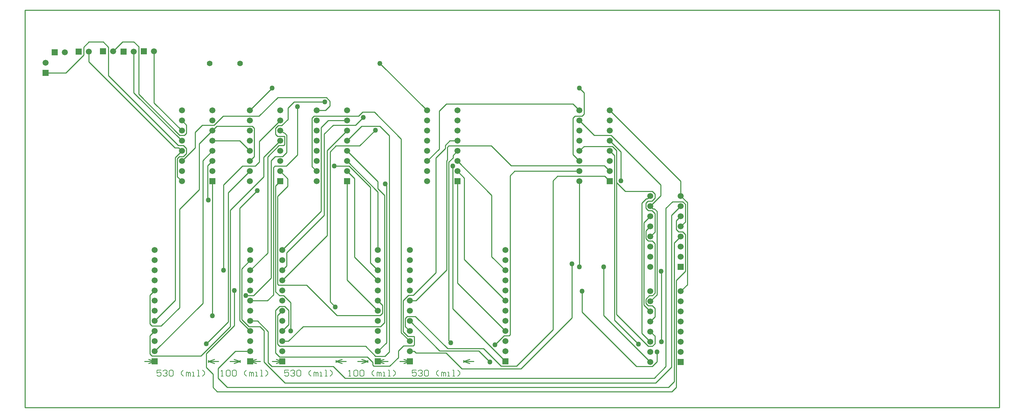
<source format=gbr>
G04 Layer_Physical_Order=1*
G04 Layer_Color=255*
%FSLAX26Y26*%
%MOIN*%
%TF.FileFunction,Copper,L1,Top,Signal*%
%TF.Part,Single*%
G01*
G75*
%TA.AperFunction,Conductor*%
%ADD10C,0.010000*%
%TA.AperFunction,NonConductor*%
%ADD11C,0.010000*%
%ADD12C,0.006000*%
%TA.AperFunction,ComponentPad*%
%ADD13C,0.059055*%
%ADD14R,0.059055X0.059055*%
%ADD15R,0.059055X0.059055*%
%ADD16C,0.055118*%
%TA.AperFunction,ViaPad*%
%ADD17C,0.050000*%
D10*
X6845000Y2320000D02*
Y3624000D01*
X2810000Y3790000D02*
X2855000Y3835000D01*
X2810000Y3456000D02*
Y3790000D01*
Y3456000D02*
X2815000Y3451000D01*
X2761000Y3841000D02*
X2855000Y3935000D01*
X2761000Y2431000D02*
Y3841000D01*
X2285000Y1955000D02*
X2761000Y2431000D01*
X6525000Y3980000D02*
X6805000D01*
X6845000Y3624000D02*
Y3940000D01*
Y3624000D02*
X6934000Y3535000D01*
X7200000D01*
X7225000Y3510000D01*
Y3470472D02*
Y3510000D01*
X7194528Y3440000D02*
X7225000Y3470472D01*
X7155000Y3440000D02*
X7194528D01*
X7135000Y3420000D02*
X7155000Y3440000D01*
X7135000Y3370000D02*
Y3420000D01*
Y3370000D02*
X7160000Y3345000D01*
X7197000D01*
X7224528Y3317472D01*
Y3134528D02*
Y3317472D01*
X7180000Y3090000D02*
X7224528Y3134528D01*
X7180000Y2150000D02*
X7225000Y2105000D01*
Y2030000D02*
Y2105000D01*
X7200000Y2005000D02*
X7225000Y2030000D01*
X7160000Y2005000D02*
X7200000D01*
X6845000Y2320000D02*
X7160000Y2005000D01*
X6805000Y3980000D02*
X6845000Y3940000D01*
X6480000Y3935000D02*
X6525000Y3980000D01*
X2727000Y4007000D02*
X2855000Y4135000D01*
X2727000Y3554000D02*
Y4007000D01*
X2533000Y3360000D02*
X2727000Y3554000D01*
X2533000Y2388000D02*
Y3360000D01*
X2350000Y2205000D02*
X2533000Y2388000D01*
X2260000Y2205000D02*
X2350000D01*
X2240000Y2225000D02*
X2260000Y2205000D01*
X2240000Y2225000D02*
Y2510000D01*
X2285000Y2555000D01*
X3225000Y3835000D02*
X3270000Y3880000D01*
Y4160000D01*
X3250000Y4180000D02*
X3270000Y4160000D01*
X2900000Y4180000D02*
X3250000D01*
X2855000Y4135000D02*
X2900000Y4180000D01*
X7480000Y3490000D02*
X7544528Y3425472D01*
Y2614528D02*
Y3425472D01*
X7480000Y2550000D02*
X7544528Y2614528D01*
X6480000Y4235000D02*
X6625000Y4090000D01*
X6792000D01*
X7283000Y3599000D01*
Y3493000D02*
Y3599000D01*
X7180000Y3390000D02*
X7283000Y3493000D01*
X1875000Y4920000D02*
X1969000Y5014000D01*
X2080000D01*
X2128000Y4966000D01*
Y4496000D02*
Y4966000D01*
Y4496000D02*
X2534000Y4090000D01*
X2580000D01*
X2600000Y4110000D01*
Y4190000D01*
X2555000Y4235000D02*
X2600000Y4190000D01*
X7115472Y3225472D02*
X7180000Y3290000D01*
X7115472Y2414528D02*
Y3225472D01*
Y2414528D02*
X7180000Y2350000D01*
Y2250000D02*
X7225000Y2295000D01*
Y2380472D01*
X7200000Y2405472D02*
X7225000Y2380472D01*
X7160000Y2405472D02*
X7200000D01*
X7135472Y2430000D02*
X7160000Y2405472D01*
X7135472Y2430000D02*
Y2470000D01*
X7170472Y2505000D01*
X7200000D01*
X7224528Y2529528D01*
Y3020472D01*
X7200000Y3045000D02*
X7224528Y3020472D01*
X7160000Y3045000D02*
X7200000D01*
X7135472Y3069528D02*
X7160000Y3045000D01*
X7135472Y3069528D02*
Y3145472D01*
X7180000Y3190000D01*
X4490000Y1955000D02*
X4574528Y2039528D01*
Y3597472D01*
X4562000Y3610000D02*
X4574528Y3597472D01*
X6720000Y2310000D02*
X7180000Y1850000D01*
X6720000Y2310000D02*
Y2790000D01*
X3230000Y2255000D02*
X3302000D01*
X3407000Y2150000D01*
Y1843000D02*
Y2150000D01*
Y1843000D02*
X3444000Y1806000D01*
X4050000D01*
X4166000Y1690000D01*
X7219000D01*
X7334000Y1805000D01*
Y3368528D01*
X7400000Y3434528D01*
X7500000D01*
X7524528Y3410000D01*
Y3234528D02*
Y3410000D01*
X7480000Y3190000D02*
X7524528Y3234528D01*
X3072000Y2209000D02*
Y2555000D01*
X2795000Y1932000D02*
X3072000Y2209000D01*
X2795000Y1797000D02*
Y1932000D01*
Y1797000D02*
X2862000Y1730000D01*
Y1600000D02*
Y1730000D01*
Y1600000D02*
X2904000Y1558000D01*
X7393472D01*
X7435472Y1600000D01*
Y2655944D01*
X7524528Y2745000D01*
Y3110472D01*
X7500000Y3135000D02*
X7524528Y3110472D01*
X7460000Y3135000D02*
X7500000D01*
X7435000Y3160000D02*
X7460000Y3135000D01*
X7435000Y3160000D02*
Y3245000D01*
X7480000Y3290000D01*
X4258000Y2887000D02*
X4490000Y2655000D01*
X4258000Y2887000D02*
Y3662000D01*
X4185000Y3735000D02*
X4258000Y3662000D01*
X4185000Y3935000D02*
X4488000Y3632000D01*
Y3563000D02*
Y3632000D01*
Y3563000D02*
X4554528Y3496472D01*
Y2239528D02*
Y3496472D01*
X4515000Y2200000D02*
X4554528Y2239528D01*
X3751740Y2200000D02*
X4515000D01*
X3606740Y2055000D02*
X3751740Y2200000D01*
X3545000Y2055000D02*
X3606740D01*
X4185000Y4035000D02*
X4330000Y4180000D01*
X4508000D01*
X4602000Y4086000D01*
Y1950000D02*
Y4086000D01*
X4560000Y1908000D02*
X4602000Y1950000D01*
X4465000Y1908000D02*
X4560000D01*
X4368000Y2005000D02*
X4465000Y1908000D01*
X3520000Y2005000D02*
X4368000D01*
X3500000Y2025000D02*
X3520000Y2005000D01*
X3500000Y2025000D02*
Y2310000D01*
X3545000Y2355000D01*
X3990000Y3940000D02*
X4185000Y4135000D01*
X3990000Y3100000D02*
Y3940000D01*
X3545000Y2655000D02*
X3990000Y3100000D01*
X3480472Y3590472D02*
X3525000Y3635000D01*
X3480472Y2544528D02*
Y3590472D01*
Y2544528D02*
X3520000Y2505000D01*
X3560000D01*
X3630000Y2435000D01*
Y2155000D02*
Y2435000D01*
X4490000Y2455000D02*
X4534528Y2410472D01*
Y2332528D02*
Y2410472D01*
X4512000Y2310000D02*
X4534528Y2332528D01*
X4087000Y2310000D02*
X4512000D01*
X3787000Y2610000D02*
X4087000Y2310000D01*
X3510472Y2610000D02*
X3787000D01*
X3500472Y2620000D02*
X3510472Y2610000D01*
X3500472Y2620000D02*
Y3486472D01*
X3600000Y3586000D01*
Y3660000D01*
X3525000Y3735000D02*
X3600000Y3660000D01*
X2240000Y2110000D02*
X2285000Y2155000D01*
X2240000Y1930000D02*
Y2110000D01*
Y1930000D02*
X2260000Y1910000D01*
X2741000D01*
X3032000Y2201000D01*
Y3348274D01*
X3364000Y3680274D01*
Y3874000D01*
X3525000Y4035000D01*
X3185000Y2505000D02*
X3262000D01*
X3436000Y2679000D01*
Y3840000D01*
X3476000Y3880000D01*
X3550000D01*
X3589528Y3919528D01*
Y4090000D01*
X3574528Y4105000D02*
X3589528Y4090000D01*
X3525000Y4135000D02*
X3574528Y4105000D01*
X2965000Y2755000D02*
Y3599000D01*
X3151000Y3785000D01*
X3280000D01*
X3320000Y3825000D01*
Y4030000D01*
X3525000Y4235000D01*
X3012000Y3522000D02*
X3225000Y3735000D01*
X3012000Y2247000D02*
Y3522000D01*
X2795000Y2030000D02*
X3012000Y2247000D01*
X4760472Y2199528D02*
X4805000Y2155000D01*
X4760472Y2199528D02*
Y2280000D01*
X4780472Y2300000D01*
X4860000D01*
X5178000Y1982000D01*
X5533000D01*
X5705000Y1810000D01*
X5859000D01*
X6219000Y2170000D01*
Y3640000D01*
X6264000Y3685000D01*
X6730000D01*
X6780000Y3635000D01*
X6725000Y3790000D02*
X6780000Y3735000D01*
X5805000Y3790000D02*
X6725000D01*
X5610000Y3985000D02*
X5805000Y3790000D01*
X5190000Y3985000D02*
X5610000D01*
X5176412Y3971412D02*
X5190000Y3985000D01*
X5176412Y3845000D02*
Y3971412D01*
X5170000Y3838588D02*
X5176412Y3845000D01*
X5170000Y2760026D02*
Y3838588D01*
X4864974Y2455000D02*
X5170000Y2760026D01*
X4805000Y2455000D02*
X4864974D01*
X6825000Y2263000D02*
X7063000Y2025000D01*
X6825000Y2263000D02*
Y3890000D01*
X6780000Y3935000D02*
X6825000Y3890000D01*
X6780000Y4035000D02*
X6889000Y3926000D01*
Y3640000D02*
Y3926000D01*
X3125000Y3369000D02*
X3298000Y3542000D01*
X3125000Y2260000D02*
Y3369000D01*
Y2260000D02*
X3230000Y2155000D01*
Y2755000D02*
X3402000Y2927000D01*
Y3878000D01*
X3514000Y3990000D01*
X3559528D01*
X3569528Y4000000D01*
Y4079000D01*
X3568528Y4080000D02*
X3569528Y4079000D01*
X3500000Y4080000D02*
X3568528D01*
X3480000Y4100000D02*
X3500000Y4080000D01*
X3480000Y4100000D02*
Y4159000D01*
X3506000Y4185000D01*
X3540000D01*
X3601528Y4246528D01*
Y4360000D01*
X3661056Y4419528D01*
X3966472D01*
X5647000Y2021000D02*
X5736000Y2110000D01*
X5785000D01*
X5795000Y2120000D01*
Y3690000D01*
X5840000Y3735000D01*
X6480000D01*
X5275000D02*
X5343000Y3667000D01*
Y2862000D02*
Y3667000D01*
Y2862000D02*
X5750000Y2455000D01*
X5275000Y3835000D02*
X5614000Y3496000D01*
Y2891000D02*
Y3496000D01*
Y2891000D02*
X5750000Y2755000D01*
X5231000Y3891000D02*
X5275000Y3935000D01*
X5231000Y3866000D02*
Y3891000D01*
X5190000Y3825000D02*
X5231000Y3866000D01*
X5190000Y2060000D02*
Y3825000D01*
Y2060000D02*
X5210000Y2040000D01*
X4310000Y3985000D02*
X4465000Y4140000D01*
X4077000Y3985000D02*
X4310000D01*
X4018000Y3926000D02*
X4077000Y3985000D01*
X4018000Y2445000D02*
Y3926000D01*
Y2445000D02*
X4069000Y2394000D01*
X4510000Y4800000D02*
X4975000Y4335000D01*
X5230000Y2375000D02*
Y3785000D01*
Y2375000D02*
X5750000Y1855000D01*
X7247000Y1852000D02*
Y1950000D01*
X7200000Y1805000D02*
X7247000Y1852000D01*
X7043000Y1805000D02*
X7200000D01*
X6506000Y2342000D02*
X7043000Y1805000D01*
X6506000Y2342000D02*
Y2550000D01*
X7288000Y2050000D02*
Y2743000D01*
X7285000Y2746000D02*
X7288000Y2743000D01*
X5487000Y1960000D02*
X5597000Y1850000D01*
X5100000Y1960000D02*
X5487000D01*
X4805000Y2255000D02*
X5100000Y1960000D01*
X5200000Y4035000D02*
X5275000D01*
X5155000Y3990000D02*
X5200000Y4035000D01*
X5155000Y3959000D02*
Y3990000D01*
X5062000Y3866000D02*
X5155000Y3959000D01*
X5062000Y2732000D02*
Y3866000D01*
X4840000Y2510000D02*
X5062000Y2732000D01*
X4793000Y2510000D02*
X4840000D01*
X4740472Y2457472D02*
X4793000Y2510000D01*
X4740472Y2150000D02*
Y2457472D01*
Y2150000D02*
X4787472Y2103000D01*
X4847000D01*
X4850000Y2100000D01*
Y2020000D02*
Y2100000D01*
X4840000Y2010000D02*
X4850000Y2020000D01*
X4741000Y2010000D02*
X4840000D01*
X4691000Y1960000D02*
X4741000Y2010000D01*
X4691000Y1894000D02*
Y1960000D01*
X4606000Y1809000D02*
X4691000Y1894000D01*
X4450000Y1809000D02*
X4606000D01*
X4440000Y1819000D02*
X4450000Y1809000D01*
X4440000Y1819000D02*
Y1846000D01*
X4386000Y1900000D02*
X4440000Y1846000D01*
X3520000Y1900000D02*
X4386000D01*
X3480000Y1940000D02*
X3520000Y1900000D01*
X3480000Y1940000D02*
Y2360000D01*
X3520000Y2400000D01*
X3570000D01*
X3609528Y2360472D01*
Y2219528D02*
Y2360472D01*
X3545000Y2155000D02*
X3609528Y2219528D01*
X4720472Y2139528D02*
X4805000Y2055000D01*
X4720472Y2139528D02*
Y4054528D01*
X4456000Y4319000D02*
X4720472Y4054528D01*
X4337842Y4319000D02*
X4456000D01*
X4298842Y4280000D02*
X4337842Y4319000D01*
X3860000Y4280000D02*
X4298842D01*
X3840000Y4260000D02*
X3860000Y4280000D01*
X3840000Y3780000D02*
Y4260000D01*
Y3780000D02*
X3885000Y3735000D01*
X4805000Y1955000D02*
X4850536D01*
X4865536Y1940000D01*
X5164000D01*
X5320000Y1784000D01*
X5902000D01*
X6405000Y2287000D01*
Y2820000D01*
X6480000Y2790000D02*
Y3635000D01*
X3081000Y1955000D02*
X3230000D01*
X2914000Y1788000D02*
X3081000Y1955000D01*
X2914000Y1690000D02*
Y1788000D01*
Y1690000D02*
X3003000Y1601000D01*
X7360000D01*
X7415472Y1656472D01*
Y3025472D01*
X7480000Y3090000D01*
X3145000Y2770000D02*
X3230000Y2855000D01*
X3145000Y2271000D02*
Y2770000D01*
Y2271000D02*
X3216000Y2200000D01*
X3325000D01*
X3365000Y2160000D01*
Y1851000D02*
Y2160000D01*
Y1851000D02*
X3574000Y1642000D01*
X7232000D01*
X7390000Y1800000D01*
Y3300000D01*
X7480000Y3390000D01*
X2855000Y2305000D02*
Y3635000D01*
X7095472Y2134528D02*
X7180000Y2050000D01*
X7095472Y2134528D02*
Y3420472D01*
X7137974Y3462974D01*
X7152974D01*
X7180000Y3490000D01*
Y3390000D02*
X7206276Y3363724D01*
X7220804D01*
X7244528Y3340000D01*
Y2514528D02*
Y3340000D01*
X7180000Y2450000D02*
X7244528Y2514528D01*
X6415000Y4400000D02*
X6480000Y4335000D01*
X5165000Y4400000D02*
X6415000D01*
X5094660Y4329660D02*
X5165000Y4400000D01*
X5094660Y3954660D02*
Y4329660D01*
X4975000Y3835000D02*
X5094660Y3954660D01*
X4058000Y3785000D02*
X4205000D01*
X4415000Y3575000D01*
Y2830000D02*
Y3575000D01*
Y2830000D02*
X4490000Y2755000D01*
X3885000Y4335000D02*
X3973000D01*
X4017000Y4379000D01*
Y4428000D01*
X3981000Y4464000D02*
X4017000Y4428000D01*
X3501000Y4464000D02*
X3981000D01*
X3317000Y4280000D02*
X3501000Y4464000D01*
X2963000Y4280000D02*
X3317000D01*
X2873000Y4190000D02*
X2963000Y4280000D01*
X2757000Y4190000D02*
X2873000D01*
X2687000Y4120000D02*
X2757000Y4190000D01*
X2687000Y3967000D02*
Y4120000D01*
X2555000Y3835000D02*
X2687000Y3967000D01*
X2510472Y3679528D02*
X2555000Y3635000D01*
X2510472Y3679528D02*
Y3860000D01*
X2530000Y3879528D01*
X2568528D01*
X2599528Y3910528D01*
Y3960000D01*
X2569528Y3990000D02*
X2599528Y3960000D01*
X2520000Y3990000D02*
X2569528D01*
X1830000Y4680000D02*
X2520000Y3990000D01*
X1830000Y4680000D02*
Y4960000D01*
X1778000Y5012000D02*
X1830000Y4960000D01*
X1637000Y5012000D02*
X1778000D01*
X1585000Y4960000D02*
X1637000Y5012000D01*
X1585000Y4882000D02*
Y4960000D01*
X1408000Y4705000D02*
X1585000Y4882000D01*
X1210000Y4705000D02*
X1408000D01*
X2285000Y2255000D02*
X2490472Y2460472D01*
Y3870472D01*
X2555000Y3935000D01*
X4000000Y4235000D02*
X4185000D01*
X3930000Y4165000D02*
X4000000Y4235000D01*
X3930000Y3340000D02*
Y4165000D01*
X3545000Y2955000D02*
X3930000Y3340000D01*
X4269000Y4190000D02*
X4347000Y4268000D01*
X4048000Y4190000D02*
X4269000D01*
X3960000Y4102000D02*
X4048000Y4190000D01*
X3960000Y3300000D02*
Y4102000D01*
X3589528Y2929528D02*
X3960000Y3300000D01*
X3589528Y2799528D02*
Y2929528D01*
X3545000Y2755000D02*
X3589528Y2799528D01*
X6415000Y3900000D02*
X6480000Y3835000D01*
X6415000Y3900000D02*
Y4260002D01*
X6434998Y4280000D01*
X6505000D01*
X6525000Y4300000D01*
Y4510000D01*
X6480000Y4555000D02*
X6525000Y4510000D01*
X3225000Y4335000D02*
X3445000Y4555000D01*
X3230000Y2455000D02*
X3400000D01*
X3458000Y2513000D01*
Y3769000D01*
X3474000Y3785000D01*
X3585000D01*
X3697000Y3897000D01*
Y4374000D01*
X4490000Y2955000D02*
Y3530000D01*
X4185000Y3835000D02*
X4490000Y3530000D01*
X2280000Y4410000D02*
Y4920000D01*
Y4410000D02*
X2555000Y4135000D01*
X2080000Y4510000D02*
Y4915000D01*
Y4510000D02*
X2555000Y4035000D01*
X1635000Y4818112D02*
Y4915000D01*
Y4818112D02*
X2486556Y3966556D01*
X2523444D01*
X2555000Y3935000D01*
X7480000Y3490000D02*
Y3635000D01*
X6780000Y4335000D02*
X7480000Y3635000D01*
X2855000Y4035000D02*
X3125000D01*
X3225000Y3935000D01*
X5275000Y2630000D02*
Y3635000D01*
Y2630000D02*
X5750000Y2155000D01*
X4185000Y2660000D02*
Y3635000D01*
Y2660000D02*
X4490000Y2355000D01*
D11*
X1005000Y1400000D02*
Y5325000D01*
X10625000D01*
Y1400000D02*
Y5325000D01*
X1005000Y1400000D02*
X10625000D01*
X5335000Y1845000D02*
Y1865000D01*
X4805000Y1845000D02*
Y1865000D01*
X5335000Y1855000D02*
X5395000Y1835000D01*
X5335000Y1855000D02*
X5395000Y1875000D01*
X4745000Y1835000D02*
X4805000Y1855000D01*
X4745000Y1875000D02*
X4805000Y1855000D01*
X5335000D02*
X5435000D01*
X4705000D02*
X4805000D01*
X4490000Y1845000D02*
Y1865000D01*
X4390000Y1845000D02*
Y1865000D01*
X4490000Y1855000D02*
X4550000Y1835000D01*
X4490000Y1855000D02*
X4550000Y1875000D01*
X4330000Y1835000D02*
X4390000Y1855000D01*
X4330000Y1875000D02*
X4390000Y1855000D01*
X4490000D02*
X4590000D01*
X4290000D02*
X4390000D01*
X4075000Y1845000D02*
Y1865000D01*
X3545000Y1845000D02*
Y1865000D01*
X4075000Y1855000D02*
X4135000Y1835000D01*
X4075000Y1855000D02*
X4135000Y1875000D01*
X3485000Y1835000D02*
X3545000Y1855000D01*
X3485000Y1875000D02*
X3545000Y1855000D01*
X4075000D02*
X4175000D01*
X3445000D02*
X3545000D01*
X3230000Y1845000D02*
Y1865000D01*
X3130000Y1845000D02*
Y1865000D01*
X3230000Y1855000D02*
X3290000Y1835000D01*
X3230000Y1855000D02*
X3290000Y1875000D01*
X3070000Y1835000D02*
X3130000Y1855000D01*
X3070000Y1875000D02*
X3130000Y1855000D01*
X3230000D02*
X3330000D01*
X3030000D02*
X3130000D01*
X2815000Y1845000D02*
Y1865000D01*
X2285000Y1845000D02*
Y1865000D01*
X2815000Y1855000D02*
X2875000Y1835000D01*
X2815000Y1855000D02*
X2875000Y1875000D01*
X2225000Y1835000D02*
X2285000Y1855000D01*
X2225000Y1875000D02*
X2285000Y1855000D01*
X2815000D02*
X2915000D01*
X2185000D02*
X2285000D01*
D12*
X4869063Y1771019D02*
X4829076D01*
Y1741029D01*
X4849069Y1751026D01*
X4859066D01*
X4869063Y1741029D01*
Y1721036D01*
X4859066Y1711039D01*
X4839073D01*
X4829076Y1721036D01*
X4889057Y1761023D02*
X4899053Y1771019D01*
X4919047D01*
X4929044Y1761023D01*
Y1751026D01*
X4919047Y1741029D01*
X4909050D01*
X4919047D01*
X4929044Y1731032D01*
Y1721036D01*
X4919047Y1711039D01*
X4899053D01*
X4889057Y1721036D01*
X4949037Y1761023D02*
X4959034Y1771019D01*
X4979028D01*
X4989024Y1761023D01*
Y1721036D01*
X4979028Y1711039D01*
X4959034D01*
X4949037Y1721036D01*
Y1761023D01*
X5088992Y1711039D02*
X5068998Y1731032D01*
Y1751026D01*
X5088992Y1771019D01*
X5118982Y1711039D02*
Y1751026D01*
X5128979D01*
X5138976Y1741029D01*
Y1711039D01*
Y1741029D01*
X5148972Y1751026D01*
X5158969Y1741029D01*
Y1711039D01*
X5178963D02*
X5198956D01*
X5188960D01*
Y1751026D01*
X5178963D01*
X5228947Y1711039D02*
X5248940D01*
X5238943D01*
Y1771019D01*
X5228947D01*
X5278930Y1711039D02*
X5298924Y1731032D01*
Y1751026D01*
X5278930Y1771019D01*
X4204074Y1711039D02*
X4224068D01*
X4214071D01*
Y1771019D01*
X4204074Y1761023D01*
X4254058D02*
X4264055Y1771019D01*
X4284049D01*
X4294045Y1761023D01*
Y1721036D01*
X4284049Y1711039D01*
X4264055D01*
X4254058Y1721036D01*
Y1761023D01*
X4314039D02*
X4324036Y1771019D01*
X4344029D01*
X4354026Y1761023D01*
Y1721036D01*
X4344029Y1711039D01*
X4324036D01*
X4314039Y1721036D01*
Y1761023D01*
X4453994Y1711039D02*
X4434000Y1731032D01*
Y1751026D01*
X4453994Y1771019D01*
X4483984Y1711039D02*
Y1751026D01*
X4493981D01*
X4503977Y1741029D01*
Y1711039D01*
Y1741029D01*
X4513974Y1751026D01*
X4523971Y1741029D01*
Y1711039D01*
X4543965D02*
X4563958D01*
X4553961D01*
Y1751026D01*
X4543965D01*
X4593948Y1711039D02*
X4613942D01*
X4603945D01*
Y1771019D01*
X4593948D01*
X4643932Y1711039D02*
X4663926Y1731032D01*
Y1751026D01*
X4643932Y1771019D01*
X3609063D02*
X3569076D01*
Y1741029D01*
X3589070Y1751026D01*
X3599066D01*
X3609063Y1741029D01*
Y1721036D01*
X3599066Y1711039D01*
X3579073D01*
X3569076Y1721036D01*
X3629057Y1761023D02*
X3639053Y1771019D01*
X3659047D01*
X3669044Y1761023D01*
Y1751026D01*
X3659047Y1741029D01*
X3649050D01*
X3659047D01*
X3669044Y1731032D01*
Y1721036D01*
X3659047Y1711039D01*
X3639053D01*
X3629057Y1721036D01*
X3689037Y1761023D02*
X3699034Y1771019D01*
X3719028D01*
X3729024Y1761023D01*
Y1721036D01*
X3719028Y1711039D01*
X3699034D01*
X3689037Y1721036D01*
Y1761023D01*
X3828992Y1711039D02*
X3808998Y1731032D01*
Y1751026D01*
X3828992Y1771019D01*
X3858982Y1711039D02*
Y1751026D01*
X3868979D01*
X3878976Y1741029D01*
Y1711039D01*
Y1741029D01*
X3888972Y1751026D01*
X3898969Y1741029D01*
Y1711039D01*
X3918963D02*
X3938956D01*
X3928960D01*
Y1751026D01*
X3918963D01*
X3968947Y1711039D02*
X3988940D01*
X3978943D01*
Y1771019D01*
X3968947D01*
X4018930Y1711039D02*
X4038924Y1731032D01*
Y1751026D01*
X4018930Y1771019D01*
X2944075Y1711039D02*
X2964068D01*
X2954071D01*
Y1771019D01*
X2944075Y1761023D01*
X2994058D02*
X3004055Y1771019D01*
X3024049D01*
X3034045Y1761023D01*
Y1721036D01*
X3024049Y1711039D01*
X3004055D01*
X2994058Y1721036D01*
Y1761023D01*
X3054039D02*
X3064036Y1771019D01*
X3084029D01*
X3094026Y1761023D01*
Y1721036D01*
X3084029Y1711039D01*
X3064036D01*
X3054039Y1721036D01*
Y1761023D01*
X3193994Y1711039D02*
X3174000Y1731032D01*
Y1751026D01*
X3193994Y1771019D01*
X3223984Y1711039D02*
Y1751026D01*
X3233981D01*
X3243977Y1741029D01*
Y1711039D01*
Y1741029D01*
X3253974Y1751026D01*
X3263971Y1741029D01*
Y1711039D01*
X3283965D02*
X3303958D01*
X3293961D01*
Y1751026D01*
X3283965D01*
X3333948Y1711039D02*
X3353942D01*
X3343945D01*
Y1771019D01*
X3333948D01*
X3383932Y1711039D02*
X3403926Y1731032D01*
Y1751026D01*
X3383932Y1771019D01*
X2349063D02*
X2309076D01*
Y1741029D01*
X2329070Y1751026D01*
X2339066D01*
X2349063Y1741029D01*
Y1721036D01*
X2339066Y1711039D01*
X2319073D01*
X2309076Y1721036D01*
X2369057Y1761023D02*
X2379053Y1771019D01*
X2399047D01*
X2409044Y1761023D01*
Y1751026D01*
X2399047Y1741029D01*
X2389050D01*
X2399047D01*
X2409044Y1731032D01*
Y1721036D01*
X2399047Y1711039D01*
X2379053D01*
X2369057Y1721036D01*
X2429037Y1761023D02*
X2439034Y1771019D01*
X2459028D01*
X2469024Y1761023D01*
Y1721036D01*
X2459028Y1711039D01*
X2439034D01*
X2429037Y1721036D01*
Y1761023D01*
X2568992Y1711039D02*
X2548998Y1731032D01*
Y1751026D01*
X2568992Y1771019D01*
X2598982Y1711039D02*
Y1751026D01*
X2608979D01*
X2618976Y1741029D01*
Y1711039D01*
Y1741029D01*
X2628972Y1751026D01*
X2638969Y1741029D01*
Y1711039D01*
X2658963D02*
X2678956D01*
X2668960D01*
Y1751026D01*
X2658963D01*
X2708947Y1711039D02*
X2728940D01*
X2718943D01*
Y1771019D01*
X2708947D01*
X2758930Y1711039D02*
X2778924Y1731032D01*
Y1751026D01*
X2758930Y1771019D01*
D13*
X7180000Y2550000D02*
D03*
Y2450000D02*
D03*
Y2350000D02*
D03*
Y2250000D02*
D03*
Y2150000D02*
D03*
Y2050000D02*
D03*
Y1950000D02*
D03*
Y1850000D02*
D03*
X7480000Y2550000D02*
D03*
Y2450000D02*
D03*
Y2350000D02*
D03*
Y2250000D02*
D03*
Y2150000D02*
D03*
Y2050000D02*
D03*
Y1950000D02*
D03*
X7180000Y3490000D02*
D03*
Y3390000D02*
D03*
Y3290000D02*
D03*
Y3190000D02*
D03*
Y3090000D02*
D03*
Y2990000D02*
D03*
Y2890000D02*
D03*
Y2790000D02*
D03*
X7480000Y3490000D02*
D03*
Y3390000D02*
D03*
Y3290000D02*
D03*
Y3190000D02*
D03*
Y3090000D02*
D03*
Y2990000D02*
D03*
Y2890000D02*
D03*
X2555000Y4335000D02*
D03*
Y4235000D02*
D03*
Y4135000D02*
D03*
Y4035000D02*
D03*
Y3935000D02*
D03*
Y3835000D02*
D03*
Y3735000D02*
D03*
Y3635000D02*
D03*
X2855000Y4335000D02*
D03*
Y4235000D02*
D03*
Y4135000D02*
D03*
Y4035000D02*
D03*
Y3935000D02*
D03*
Y3835000D02*
D03*
Y3735000D02*
D03*
X3885000Y4335000D02*
D03*
Y4235000D02*
D03*
Y4135000D02*
D03*
Y4035000D02*
D03*
Y3935000D02*
D03*
Y3835000D02*
D03*
Y3735000D02*
D03*
Y3635000D02*
D03*
X4185000Y4335000D02*
D03*
Y4235000D02*
D03*
Y4135000D02*
D03*
Y4035000D02*
D03*
Y3935000D02*
D03*
Y3835000D02*
D03*
Y3735000D02*
D03*
X3545000Y2955000D02*
D03*
Y2855000D02*
D03*
Y2755000D02*
D03*
Y2655000D02*
D03*
Y2555000D02*
D03*
Y2455000D02*
D03*
Y2355000D02*
D03*
Y2255000D02*
D03*
Y2155000D02*
D03*
Y2055000D02*
D03*
Y1955000D02*
D03*
X3230000Y2955000D02*
D03*
Y2855000D02*
D03*
Y2755000D02*
D03*
Y2655000D02*
D03*
Y2555000D02*
D03*
Y2455000D02*
D03*
Y2355000D02*
D03*
Y2255000D02*
D03*
Y2155000D02*
D03*
Y2055000D02*
D03*
Y1955000D02*
D03*
X2285000Y2955000D02*
D03*
Y2855000D02*
D03*
Y2755000D02*
D03*
Y2655000D02*
D03*
Y2555000D02*
D03*
Y2455000D02*
D03*
Y2355000D02*
D03*
Y2255000D02*
D03*
Y2155000D02*
D03*
Y2055000D02*
D03*
Y1955000D02*
D03*
X5750000Y2955000D02*
D03*
Y2855000D02*
D03*
Y2755000D02*
D03*
Y2655000D02*
D03*
Y2555000D02*
D03*
Y2455000D02*
D03*
Y2355000D02*
D03*
Y2255000D02*
D03*
Y2155000D02*
D03*
Y2055000D02*
D03*
Y1955000D02*
D03*
X4805000Y2955000D02*
D03*
Y2855000D02*
D03*
Y2755000D02*
D03*
Y2655000D02*
D03*
Y2555000D02*
D03*
Y2455000D02*
D03*
Y2355000D02*
D03*
Y2255000D02*
D03*
Y2155000D02*
D03*
Y2055000D02*
D03*
Y1955000D02*
D03*
X4490000Y2955000D02*
D03*
Y2855000D02*
D03*
Y2755000D02*
D03*
Y2655000D02*
D03*
Y2555000D02*
D03*
Y2455000D02*
D03*
Y2355000D02*
D03*
Y2255000D02*
D03*
Y2155000D02*
D03*
Y2055000D02*
D03*
Y1955000D02*
D03*
X4975000Y4335000D02*
D03*
Y4235000D02*
D03*
Y4135000D02*
D03*
Y4035000D02*
D03*
Y3935000D02*
D03*
Y3835000D02*
D03*
Y3735000D02*
D03*
Y3635000D02*
D03*
X5275000Y4335000D02*
D03*
Y4235000D02*
D03*
Y4135000D02*
D03*
Y4035000D02*
D03*
Y3935000D02*
D03*
Y3835000D02*
D03*
Y3735000D02*
D03*
X6480000Y4335000D02*
D03*
Y4235000D02*
D03*
Y4135000D02*
D03*
Y4035000D02*
D03*
Y3935000D02*
D03*
Y3835000D02*
D03*
Y3735000D02*
D03*
Y3635000D02*
D03*
X6780000Y4335000D02*
D03*
Y4235000D02*
D03*
Y4135000D02*
D03*
Y4035000D02*
D03*
Y3935000D02*
D03*
Y3835000D02*
D03*
Y3735000D02*
D03*
X3225000Y4335000D02*
D03*
Y4235000D02*
D03*
Y4135000D02*
D03*
Y4035000D02*
D03*
Y3935000D02*
D03*
Y3835000D02*
D03*
Y3735000D02*
D03*
Y3635000D02*
D03*
X3525000Y4335000D02*
D03*
Y4235000D02*
D03*
Y4135000D02*
D03*
Y4035000D02*
D03*
Y3935000D02*
D03*
Y3835000D02*
D03*
Y3735000D02*
D03*
X2280000Y4920000D02*
D03*
X2080000Y4915000D02*
D03*
X1875000Y4920000D02*
D03*
X1635000Y4915000D02*
D03*
X1400000Y4910000D02*
D03*
X1210000Y4805000D02*
D03*
D14*
X7480000Y1850000D02*
D03*
Y2790000D02*
D03*
X2855000Y3635000D02*
D03*
X4185000D02*
D03*
X5275000D02*
D03*
X6780000D02*
D03*
X3525000D02*
D03*
X2180000Y4920000D02*
D03*
X1980000Y4915000D02*
D03*
X1775000Y4920000D02*
D03*
X1535000Y4915000D02*
D03*
X1300000Y4910000D02*
D03*
D15*
X3545000Y1855000D02*
D03*
X3230000D02*
D03*
X2285000D02*
D03*
X5750000D02*
D03*
X4805000D02*
D03*
X4490000D02*
D03*
X1210000Y4705000D02*
D03*
D16*
X2830000Y4800000D02*
D03*
X3130000D02*
D03*
D17*
X2815000Y3451000D02*
D03*
X4562000Y3610000D02*
D03*
X6720000Y2790000D02*
D03*
X3072000Y2555000D02*
D03*
X3630000Y2155000D02*
D03*
X3185000Y2505000D02*
D03*
X2965000Y2755000D02*
D03*
X2795000Y2030000D02*
D03*
X7063000Y2025000D02*
D03*
X6889000Y3640000D02*
D03*
X3298000Y3542000D02*
D03*
X3966472Y4419528D02*
D03*
X5647000Y2021000D02*
D03*
X5210000Y2040000D02*
D03*
X4465000Y4140000D02*
D03*
X4069000Y2394000D02*
D03*
X4510000Y4800000D02*
D03*
X5230000Y3785000D02*
D03*
X7247000Y1950000D02*
D03*
X6506000Y2550000D02*
D03*
X7288000Y2050000D02*
D03*
X7285000Y2746000D02*
D03*
X5597000Y1850000D02*
D03*
X6405000Y2820000D02*
D03*
X6480000Y2790000D02*
D03*
X2855000Y2305000D02*
D03*
X4058000Y3785000D02*
D03*
X4347000Y4268000D02*
D03*
X6480000Y4555000D02*
D03*
X3445000D02*
D03*
X3697000Y4374000D02*
D03*
%TF.MD5,580174972CF356459E994C81D44CB20E*%
M02*

</source>
